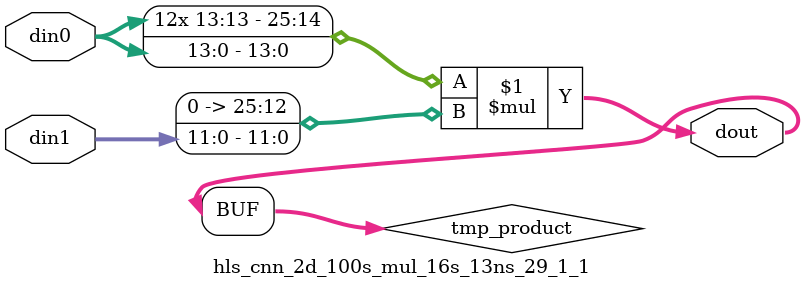
<source format=v>

`timescale 1 ns / 1 ps

  module hls_cnn_2d_100s_mul_16s_13ns_29_1_1(din0, din1, dout);
parameter ID = 1;
parameter NUM_STAGE = 0;
parameter din0_WIDTH = 14;
parameter din1_WIDTH = 12;
parameter dout_WIDTH = 26;

input [din0_WIDTH - 1 : 0] din0; 
input [din1_WIDTH - 1 : 0] din1; 
output [dout_WIDTH - 1 : 0] dout;

wire signed [dout_WIDTH - 1 : 0] tmp_product;












assign tmp_product = $signed(din0) * $signed({1'b0, din1});









assign dout = tmp_product;







endmodule

</source>
